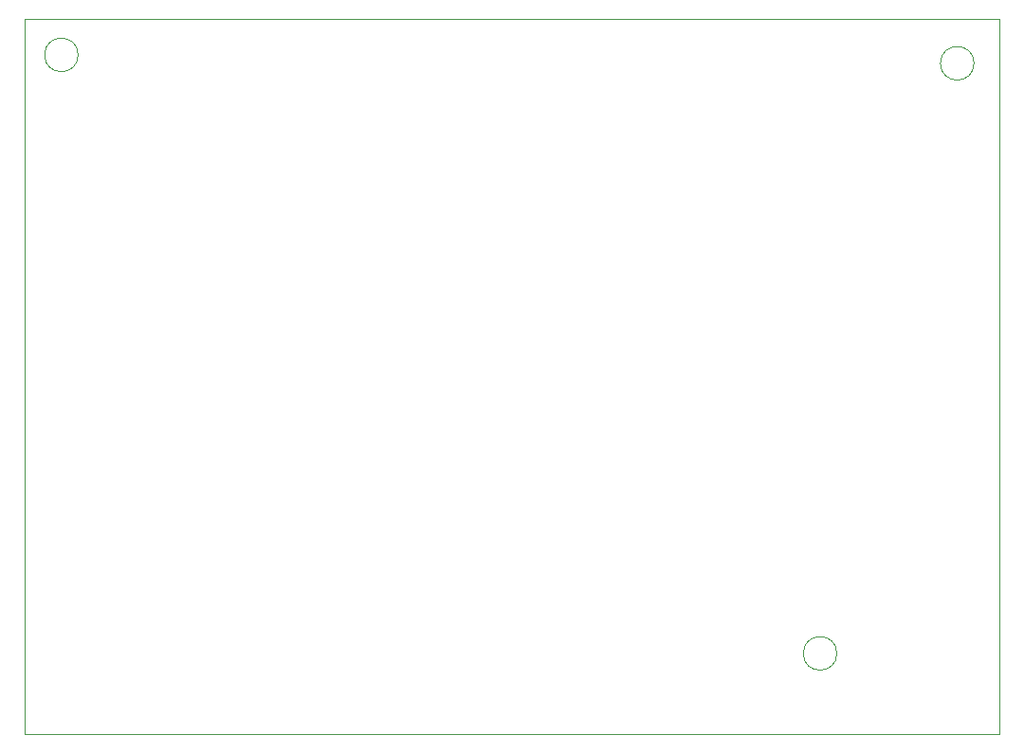
<source format=gbr>
%TF.GenerationSoftware,KiCad,Pcbnew,(7.0.0)*%
%TF.CreationDate,2023-04-24T10:23:05-06:00*%
%TF.ProjectId,Phase_B_Prototype,50686173-655f-4425-9f50-726f746f7479,rev?*%
%TF.SameCoordinates,Original*%
%TF.FileFunction,Profile,NP*%
%FSLAX46Y46*%
G04 Gerber Fmt 4.6, Leading zero omitted, Abs format (unit mm)*
G04 Created by KiCad (PCBNEW (7.0.0)) date 2023-04-24 10:23:05*
%MOMM*%
%LPD*%
G01*
G04 APERTURE LIST*
%TA.AperFunction,Profile*%
%ADD10C,0.100000*%
%TD*%
G04 APERTURE END LIST*
D10*
X252500000Y-119750000D02*
G75*
G03*
X252500000Y-119750000I-1500000J0D01*
G01*
X184750000Y-66250000D02*
G75*
G03*
X184750000Y-66250000I-1500000J0D01*
G01*
X264750000Y-67000000D02*
G75*
G03*
X264750000Y-67000000I-1500000J0D01*
G01*
X180000000Y-127000000D02*
X267000000Y-127000000D01*
X267000000Y-63000000D02*
X180000000Y-63000000D01*
X267000000Y-127000000D02*
X267000000Y-63000000D01*
X180000000Y-63000000D02*
X180000000Y-127000000D01*
M02*

</source>
